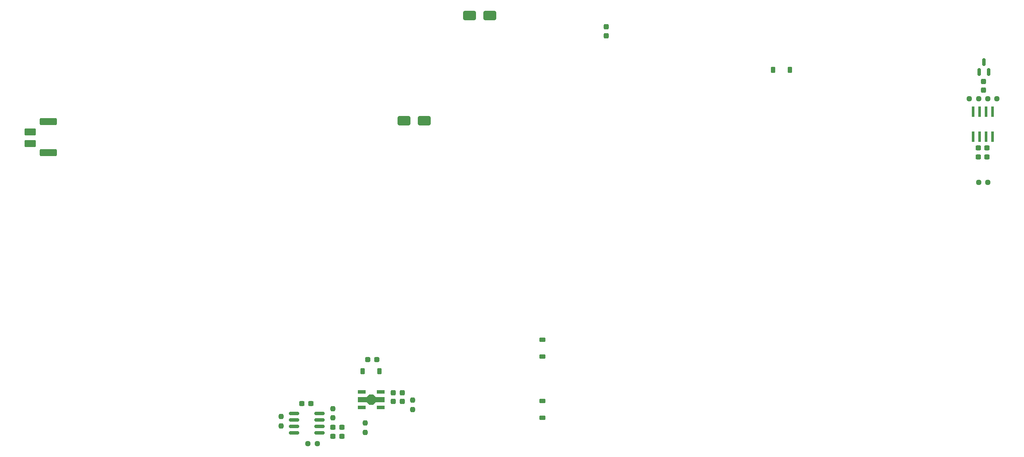
<source format=gtp>
G04 #@! TF.GenerationSoftware,KiCad,Pcbnew,8.0.5*
G04 #@! TF.CreationDate,2025-04-14T13:42:12-04:00*
G04 #@! TF.ProjectId,Big Daddy,42696720-4461-4646-9479-2e6b69636164,rev?*
G04 #@! TF.SameCoordinates,Original*
G04 #@! TF.FileFunction,Paste,Top*
G04 #@! TF.FilePolarity,Positive*
%FSLAX46Y46*%
G04 Gerber Fmt 4.6, Leading zero omitted, Abs format (unit mm)*
G04 Created by KiCad (PCBNEW 8.0.5) date 2025-04-14 13:42:12*
%MOMM*%
%LPD*%
G01*
G04 APERTURE LIST*
G04 Aperture macros list*
%AMRoundRect*
0 Rectangle with rounded corners*
0 $1 Rounding radius*
0 $2 $3 $4 $5 $6 $7 $8 $9 X,Y pos of 4 corners*
0 Add a 4 corners polygon primitive as box body*
4,1,4,$2,$3,$4,$5,$6,$7,$8,$9,$2,$3,0*
0 Add four circle primitives for the rounded corners*
1,1,$1+$1,$2,$3*
1,1,$1+$1,$4,$5*
1,1,$1+$1,$6,$7*
1,1,$1+$1,$8,$9*
0 Add four rect primitives between the rounded corners*
20,1,$1+$1,$2,$3,$4,$5,0*
20,1,$1+$1,$4,$5,$6,$7,0*
20,1,$1+$1,$6,$7,$8,$9,0*
20,1,$1+$1,$8,$9,$2,$3,0*%
%AMFreePoly0*
4,1,13,0.900000,0.500000,2.600000,0.500000,2.600000,-0.500000,0.900000,-0.500000,0.400000,-1.000000,-0.400000,-1.000000,-0.900000,-0.500000,-2.600000,-0.500000,-2.600000,0.500000,-0.900000,0.500000,-0.400000,1.000000,0.400000,1.000000,0.900000,0.500000,0.900000,0.500000,$1*%
G04 Aperture macros list end*
%ADD10RoundRect,0.237500X-0.287500X-0.237500X0.287500X-0.237500X0.287500X0.237500X-0.287500X0.237500X0*%
%ADD11RoundRect,0.237500X0.300000X0.237500X-0.300000X0.237500X-0.300000X-0.237500X0.300000X-0.237500X0*%
%ADD12RoundRect,0.225000X-0.225000X-0.375000X0.225000X-0.375000X0.225000X0.375000X-0.225000X0.375000X0*%
%ADD13RoundRect,0.237500X-0.300000X-0.237500X0.300000X-0.237500X0.300000X0.237500X-0.300000X0.237500X0*%
%ADD14RoundRect,0.250000X1.000000X0.650000X-1.000000X0.650000X-1.000000X-0.650000X1.000000X-0.650000X0*%
%ADD15RoundRect,0.250001X-0.849999X0.462499X-0.849999X-0.462499X0.849999X-0.462499X0.849999X0.462499X0*%
%ADD16RoundRect,0.237500X-0.237500X0.250000X-0.237500X-0.250000X0.237500X-0.250000X0.237500X0.250000X0*%
%ADD17RoundRect,0.041300X0.253700X-0.943700X0.253700X0.943700X-0.253700X0.943700X-0.253700X-0.943700X0*%
%ADD18RoundRect,0.237500X-0.250000X-0.237500X0.250000X-0.237500X0.250000X0.237500X-0.250000X0.237500X0*%
%ADD19R,1.500000X0.700000*%
%ADD20FreePoly0,0.000000*%
%ADD21RoundRect,0.150000X0.150000X-0.587500X0.150000X0.587500X-0.150000X0.587500X-0.150000X-0.587500X0*%
%ADD22RoundRect,0.150000X-0.825000X-0.150000X0.825000X-0.150000X0.825000X0.150000X-0.825000X0.150000X0*%
%ADD23RoundRect,0.237500X0.237500X-0.300000X0.237500X0.300000X-0.237500X0.300000X-0.237500X-0.300000X0*%
%ADD24RoundRect,0.237500X0.237500X-0.250000X0.237500X0.250000X-0.237500X0.250000X-0.237500X-0.250000X0*%
%ADD25RoundRect,0.225000X0.375000X-0.225000X0.375000X0.225000X-0.375000X0.225000X-0.375000X-0.225000X0*%
%ADD26RoundRect,0.237500X-0.237500X0.300000X-0.237500X-0.300000X0.237500X-0.300000X0.237500X0.300000X0*%
%ADD27RoundRect,0.225000X-0.375000X0.225000X-0.375000X-0.225000X0.375000X-0.225000X0.375000X0.225000X0*%
%ADD28RoundRect,0.250000X-1.000000X-0.650000X1.000000X-0.650000X1.000000X0.650000X-1.000000X0.650000X0*%
%ADD29RoundRect,0.225000X0.225000X0.375000X-0.225000X0.375000X-0.225000X-0.375000X0.225000X-0.375000X0*%
%ADD30RoundRect,0.249999X1.425001X-0.450001X1.425001X0.450001X-1.425001X0.450001X-1.425001X-0.450001X0*%
G04 APERTURE END LIST*
D10*
G04 #@! TO.C,L1*
X163899000Y-144936500D03*
X165649000Y-144936500D03*
G04 #@! TD*
D11*
G04 #@! TO.C,C1*
X285469500Y-103378000D03*
X283744500Y-103378000D03*
G04 #@! TD*
D12*
G04 #@! TO.C,D8*
X243460000Y-88011000D03*
X246760000Y-88011000D03*
G04 #@! TD*
D13*
G04 #@! TO.C,C11*
X157025000Y-158224000D03*
X158750000Y-158224000D03*
G04 #@! TD*
D11*
G04 #@! TO.C,C2*
X285469500Y-105156000D03*
X283744500Y-105156000D03*
G04 #@! TD*
D14*
G04 #@! TO.C,D11*
X174974000Y-98044000D03*
X170974000Y-98044000D03*
G04 #@! TD*
D15*
G04 #@! TO.C,L2*
X97536000Y-100239000D03*
X97536000Y-102564000D03*
G04 #@! TD*
D16*
G04 #@! TO.C,R30*
X172648000Y-152914000D03*
X172648000Y-154739000D03*
G04 #@! TD*
D17*
G04 #@! TO.C,U1*
X282702000Y-101204900D03*
X283972000Y-101204900D03*
X285242000Y-101204900D03*
X286512000Y-101204900D03*
X286512000Y-96254900D03*
X285242000Y-96254900D03*
X283972000Y-96254900D03*
X282702000Y-96254900D03*
G04 #@! TD*
D18*
G04 #@! TO.C,R27*
X152099000Y-161470500D03*
X153924000Y-161470500D03*
G04 #@! TD*
D19*
G04 #@! TO.C,U7*
X162670000Y-151310500D03*
D20*
X164520000Y-152810500D03*
D19*
X162670000Y-154310500D03*
X166370000Y-154310500D03*
X166370000Y-151310500D03*
G04 #@! TD*
D21*
G04 #@! TO.C,D1*
X283898000Y-88439500D03*
X285798000Y-88439500D03*
X284848000Y-86564500D03*
G04 #@! TD*
D18*
G04 #@! TO.C,R10*
X282007000Y-93726000D03*
X283832000Y-93726000D03*
G04 #@! TD*
D11*
G04 #@! TO.C,C10*
X152654000Y-153596500D03*
X150929000Y-153596500D03*
G04 #@! TD*
D22*
G04 #@! TO.C,U6*
X149417000Y-155501500D03*
X149417000Y-156771500D03*
X149417000Y-158041500D03*
X149417000Y-159311500D03*
X154367000Y-159311500D03*
X154367000Y-158041500D03*
X154367000Y-156771500D03*
X154367000Y-155501500D03*
G04 #@! TD*
D23*
G04 #@! TO.C,C12*
X168838000Y-153165000D03*
X168838000Y-151440000D03*
G04 #@! TD*
D24*
G04 #@! TO.C,R29*
X163322000Y-159231500D03*
X163322000Y-157406500D03*
G04 #@! TD*
D23*
G04 #@! TO.C,C3*
X284734000Y-92021000D03*
X284734000Y-90296000D03*
G04 #@! TD*
D13*
G04 #@! TO.C,C9*
X157025000Y-160050000D03*
X158750000Y-160050000D03*
G04 #@! TD*
D18*
G04 #@! TO.C,R9*
X283821500Y-110109000D03*
X285646500Y-110109000D03*
G04 #@! TD*
D23*
G04 #@! TO.C,C13*
X170616000Y-153165000D03*
X170616000Y-151440000D03*
G04 #@! TD*
D25*
G04 #@! TO.C,D6*
X198120000Y-156336000D03*
X198120000Y-153036000D03*
G04 #@! TD*
D26*
G04 #@! TO.C,C8*
X210702000Y-79603500D03*
X210702000Y-81328500D03*
G04 #@! TD*
D18*
G04 #@! TO.C,R11*
X285610000Y-93726000D03*
X287435000Y-93726000D03*
G04 #@! TD*
D27*
G04 #@! TO.C,D5*
X198120000Y-141050500D03*
X198120000Y-144350500D03*
G04 #@! TD*
D24*
G04 #@! TO.C,R25*
X146812000Y-157961500D03*
X146812000Y-156136500D03*
G04 #@! TD*
D28*
G04 #@! TO.C,D10*
X187810000Y-77396500D03*
X183810000Y-77396500D03*
G04 #@! TD*
D29*
G04 #@! TO.C,D9*
X166170000Y-147222500D03*
X162870000Y-147222500D03*
G04 #@! TD*
D30*
G04 #@! TO.C,R35*
X101092000Y-104344000D03*
X101092000Y-98244000D03*
G04 #@! TD*
D24*
G04 #@! TO.C,R26*
X156972000Y-156390500D03*
X156972000Y-154565500D03*
G04 #@! TD*
M02*

</source>
